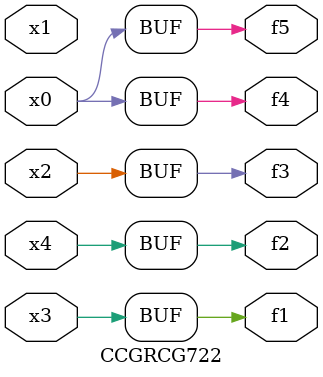
<source format=v>
module CCGRCG722(
	input x0, x1, x2, x3, x4,
	output f1, f2, f3, f4, f5
);
	assign f1 = x3;
	assign f2 = x4;
	assign f3 = x2;
	assign f4 = x0;
	assign f5 = x0;
endmodule

</source>
